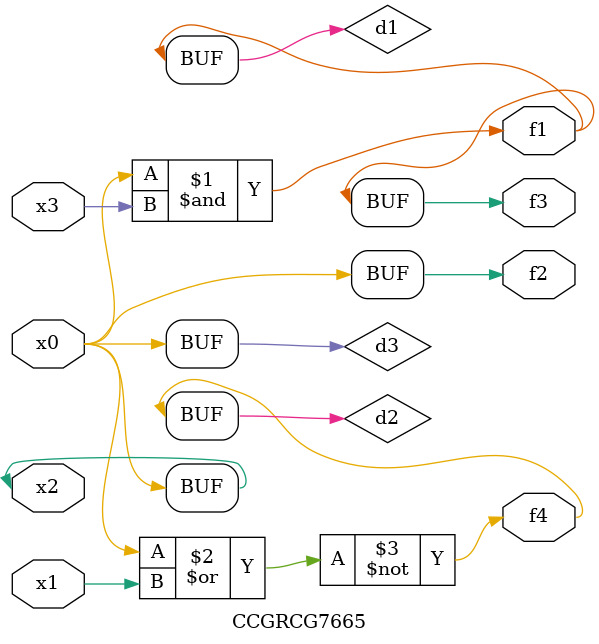
<source format=v>
module CCGRCG7665(
	input x0, x1, x2, x3,
	output f1, f2, f3, f4
);

	wire d1, d2, d3;

	and (d1, x2, x3);
	nor (d2, x0, x1);
	buf (d3, x0, x2);
	assign f1 = d1;
	assign f2 = d3;
	assign f3 = d1;
	assign f4 = d2;
endmodule

</source>
